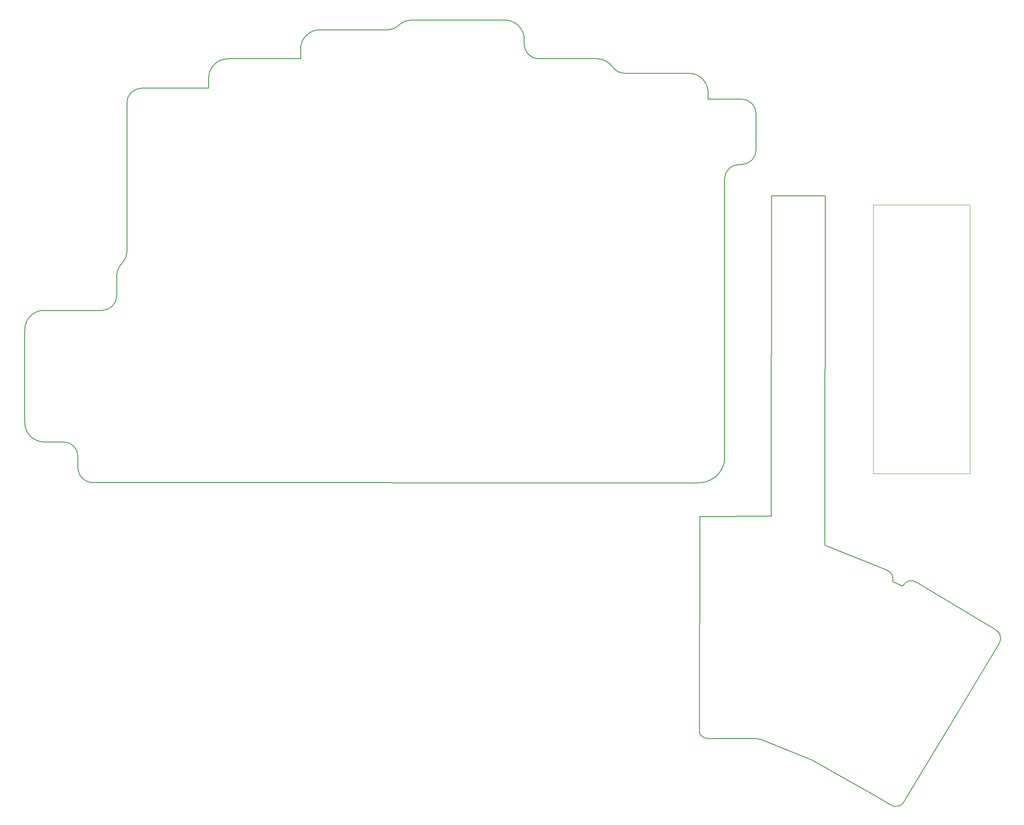
<source format=gbr>
%TF.GenerationSoftware,KiCad,Pcbnew,6.0.10-86aedd382b~118~ubuntu22.04.1*%
%TF.CreationDate,2023-01-31T17:25:27-07:00*%
%TF.ProjectId,scaarix_flow,73636161-7269-4785-9f66-6c6f772e6b69,v1.0.0*%
%TF.SameCoordinates,Original*%
%TF.FileFunction,Profile,NP*%
%FSLAX46Y46*%
G04 Gerber Fmt 4.6, Leading zero omitted, Abs format (unit mm)*
G04 Created by KiCad (PCBNEW 6.0.10-86aedd382b~118~ubuntu22.04.1) date 2023-01-31 17:25:27*
%MOMM*%
%LPD*%
G01*
G04 APERTURE LIST*
%TA.AperFunction,Profile*%
%ADD10C,0.150000*%
%TD*%
%TA.AperFunction,Profile*%
%ADD11C,0.050000*%
%TD*%
G04 APERTURE END LIST*
D10*
X174500000Y-43700000D02*
X159500000Y-43700000D01*
X318859052Y-164511347D02*
G75*
G03*
X318174778Y-161766927I-1714852J1029947D01*
G01*
X293160869Y-195970681D02*
X296440172Y-197939388D01*
X131600000Y-131300000D02*
X256365070Y-131344501D01*
X268600000Y-62550000D02*
X268600000Y-55050000D01*
X265600000Y-52050000D02*
X258700000Y-52050000D01*
X216700000Y-35700000D02*
X197500000Y-35700000D01*
X220700000Y-40700000D02*
X220700000Y-39700000D01*
X220700000Y-40700000D02*
G75*
G03*
X223700000Y-43700000I3000000J0D01*
G01*
D11*
X292800000Y-73900000D02*
X312800000Y-73900000D01*
D10*
X121500000Y-122900000D02*
X125500000Y-122900000D01*
X197500000Y-35700000D02*
G75*
G03*
X194700583Y-36842857I0J-4000000D01*
G01*
D11*
X312800000Y-73900000D02*
X312800000Y-129400000D01*
D10*
X256916673Y-183068496D02*
X257000000Y-138280000D01*
X136500000Y-88700000D02*
X136500000Y-92700000D01*
X141600000Y-49800000D02*
G75*
G03*
X138600000Y-52800000I0J-3000000D01*
G01*
X256365075Y-131344423D02*
G75*
G03*
X262100000Y-126900000I365525J5450623D01*
G01*
X308970306Y-180968950D02*
X318859037Y-164511338D01*
X298972756Y-152562455D02*
X298876192Y-152723164D01*
X279855529Y-188539100D02*
G75*
G03*
X279908969Y-188559805I749171J1854300D01*
G01*
X258700000Y-52050000D02*
X258700000Y-50700000D01*
X128499930Y-127899993D02*
G75*
G03*
X131600000Y-131300000I3100070J-286707D01*
G01*
X192601021Y-37700000D02*
X178500000Y-37700000D01*
X117499984Y-118820000D02*
G75*
G03*
X121500000Y-122900000I4000016J-79200D01*
G01*
X137700000Y-85843429D02*
G75*
G03*
X136500000Y-88700000I2800000J-2856571D01*
G01*
X301717161Y-151878205D02*
G75*
G03*
X298972755Y-152562455I-1030061J-1714395D01*
G01*
X159500000Y-43700000D02*
G75*
G03*
X155500000Y-47700000I0J-4000000D01*
G01*
X137700000Y-85843429D02*
G75*
G03*
X138600000Y-83701000I-2100000J2142429D01*
G01*
X138600000Y-52800000D02*
X138600000Y-83701000D01*
X117500000Y-99700000D02*
X117500000Y-118820000D01*
X265100000Y-65550000D02*
G75*
G03*
X262100000Y-68550000I0J-3000000D01*
G01*
X282900000Y-71987543D02*
X271800000Y-71987543D01*
X238982596Y-45414293D02*
G75*
G03*
X241444563Y-46700001I2462004J1714393D01*
G01*
X178500000Y-37700000D02*
G75*
G03*
X174500000Y-41700000I0J-4000000D01*
G01*
X220700000Y-39700000D02*
G75*
G03*
X216700000Y-35700000I-4000000J0D01*
G01*
X258700000Y-50700000D02*
G75*
G03*
X254700000Y-46700000I-4000000J0D01*
G01*
X282800000Y-144212458D02*
X282900000Y-71987543D01*
X128500000Y-127900000D02*
X128500000Y-125900000D01*
D11*
X292800000Y-115900000D02*
X292800000Y-105400000D01*
D10*
X279908969Y-188559805D02*
X293160869Y-195970681D01*
X262100000Y-126900000D02*
X262100000Y-68550000D01*
X271700000Y-138270019D02*
X271800000Y-71987543D01*
X295663929Y-149411941D02*
X282800000Y-144212458D01*
X268600000Y-55050000D02*
G75*
G03*
X265600000Y-52050000I-3000000J0D01*
G01*
X296440140Y-197939436D02*
G75*
G03*
X299184583Y-197255129I1065160J1573636D01*
G01*
X265600000Y-65550000D02*
G75*
G03*
X268600000Y-62550000I0J3000000D01*
G01*
X258712202Y-184187544D02*
X268501909Y-184187544D01*
X318174778Y-161766927D02*
X301717166Y-151878196D01*
X269625724Y-184406005D02*
G75*
G03*
X268501909Y-184187544I-1123824J-2781395D01*
G01*
X192601021Y-37699986D02*
G75*
G03*
X194700584Y-36842857I-21J3000086D01*
G01*
D11*
X292800000Y-105400000D02*
X292800000Y-99400000D01*
X292800000Y-122900000D02*
X292800000Y-129400000D01*
D10*
X128500000Y-125900000D02*
G75*
G03*
X125500000Y-122900000I-3000000J0D01*
G01*
X256916730Y-183068468D02*
G75*
G03*
X258712201Y-184187544I1795570J880968D01*
G01*
X133500000Y-95700000D02*
G75*
G03*
X136500000Y-92700000I0J3000000D01*
G01*
X155500000Y-47700000D02*
X155500000Y-49800000D01*
X174500000Y-41700000D02*
X174500000Y-43700000D01*
X269625729Y-184405992D02*
X279855529Y-188539100D01*
X257000000Y-138280000D02*
X271700000Y-138270019D01*
X296850124Y-151770410D02*
G75*
G03*
X295663929Y-149411941I-1935424J504110D01*
G01*
X155500000Y-49800000D02*
X141600000Y-49800000D01*
D11*
X292800000Y-99400000D02*
X292800000Y-73900000D01*
D10*
X254700000Y-46700000D02*
X241444563Y-46700000D01*
X238982607Y-45414286D02*
G75*
G03*
X235700000Y-43700000I-3282607J-2285714D01*
G01*
X121500000Y-95700000D02*
G75*
G03*
X117500000Y-99700000I0J-4000000D01*
G01*
X265100000Y-65550000D02*
X265600000Y-65550000D01*
D11*
X292800000Y-122900000D02*
X292800000Y-115900000D01*
D10*
X133500000Y-95700000D02*
X121500000Y-95700000D01*
D11*
X292800000Y-129400000D02*
X312800000Y-129400000D01*
D10*
X298876192Y-152723164D02*
X296850142Y-151770415D01*
X235700000Y-43700000D02*
X223700000Y-43700000D01*
X299184583Y-197255129D02*
X308970306Y-180968950D01*
M02*

</source>
